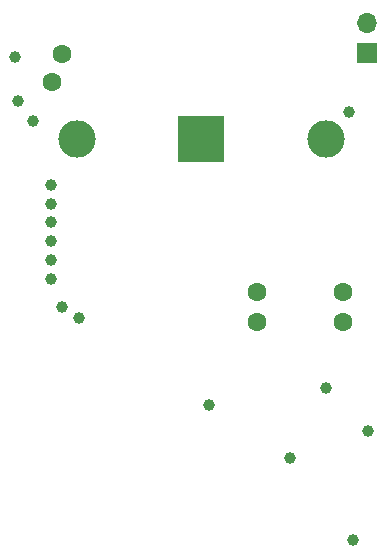
<source format=gbs>
%TF.GenerationSoftware,KiCad,Pcbnew,6.0.11-2627ca5db0~126~ubuntu22.04.1*%
%TF.CreationDate,2023-02-10T03:37:06+05:30*%
%TF.ProjectId,thermal_sampler,74686572-6d61-46c5-9f73-616d706c6572,rev?*%
%TF.SameCoordinates,Original*%
%TF.FileFunction,Soldermask,Bot*%
%TF.FilePolarity,Negative*%
%FSLAX46Y46*%
G04 Gerber Fmt 4.6, Leading zero omitted, Abs format (unit mm)*
G04 Created by KiCad (PCBNEW 6.0.11-2627ca5db0~126~ubuntu22.04.1) date 2023-02-10 03:37:06*
%MOMM*%
%LPD*%
G01*
G04 APERTURE LIST*
%ADD10C,1.600000*%
%ADD11R,1.700000X1.700000*%
%ADD12O,1.700000X1.700000*%
%ADD13C,1.000000*%
%ADD14R,4.000000X4.000000*%
%ADD15C,3.175000*%
G04 APERTURE END LIST*
D10*
%TO.C,C4*%
X168750000Y-147250000D03*
X168750000Y-149750000D03*
%TD*%
D11*
%TO.C,J2*%
X170750000Y-127000000D03*
D12*
X170750000Y-124460000D03*
%TD*%
D10*
%TO.C,C8*%
X161500000Y-147250000D03*
X161500000Y-149750000D03*
%TD*%
%TO.C,C10*%
X144927525Y-127075384D03*
X144072475Y-129424616D03*
%TD*%
D13*
%TO.C,TP16*%
X144990000Y-148440000D03*
%TD*%
%TO.C,TP4*%
X157390000Y-156800000D03*
%TD*%
%TO.C,TP56*%
X164250000Y-161250000D03*
%TD*%
%TO.C,TP17*%
X144050000Y-146070000D03*
%TD*%
%TO.C,TP15*%
X146360000Y-149410000D03*
%TD*%
%TO.C,TP22*%
X143982507Y-141306740D03*
%TD*%
%TO.C,TP3*%
X169250000Y-132000000D03*
%TD*%
%TO.C,TP2*%
X142500000Y-132750000D03*
%TD*%
%TO.C,TP7*%
X141250000Y-131000000D03*
%TD*%
%TO.C,TP20*%
X143986459Y-138175575D03*
%TD*%
%TO.C,TP21*%
X143982376Y-139743857D03*
%TD*%
%TO.C,TP5*%
X169550000Y-168190000D03*
%TD*%
%TO.C,TP6*%
X140980000Y-127320000D03*
%TD*%
%TO.C,TP8*%
X170890000Y-158970000D03*
%TD*%
D14*
%TO.C,J1*%
X156750000Y-134250000D03*
D15*
X167300000Y-134250000D03*
X146200000Y-134250000D03*
%TD*%
D13*
%TO.C,TP55*%
X167332764Y-155326726D03*
%TD*%
%TO.C,TP24*%
X144000000Y-144500000D03*
%TD*%
%TO.C,TP23*%
X144005836Y-142887102D03*
%TD*%
M02*

</source>
